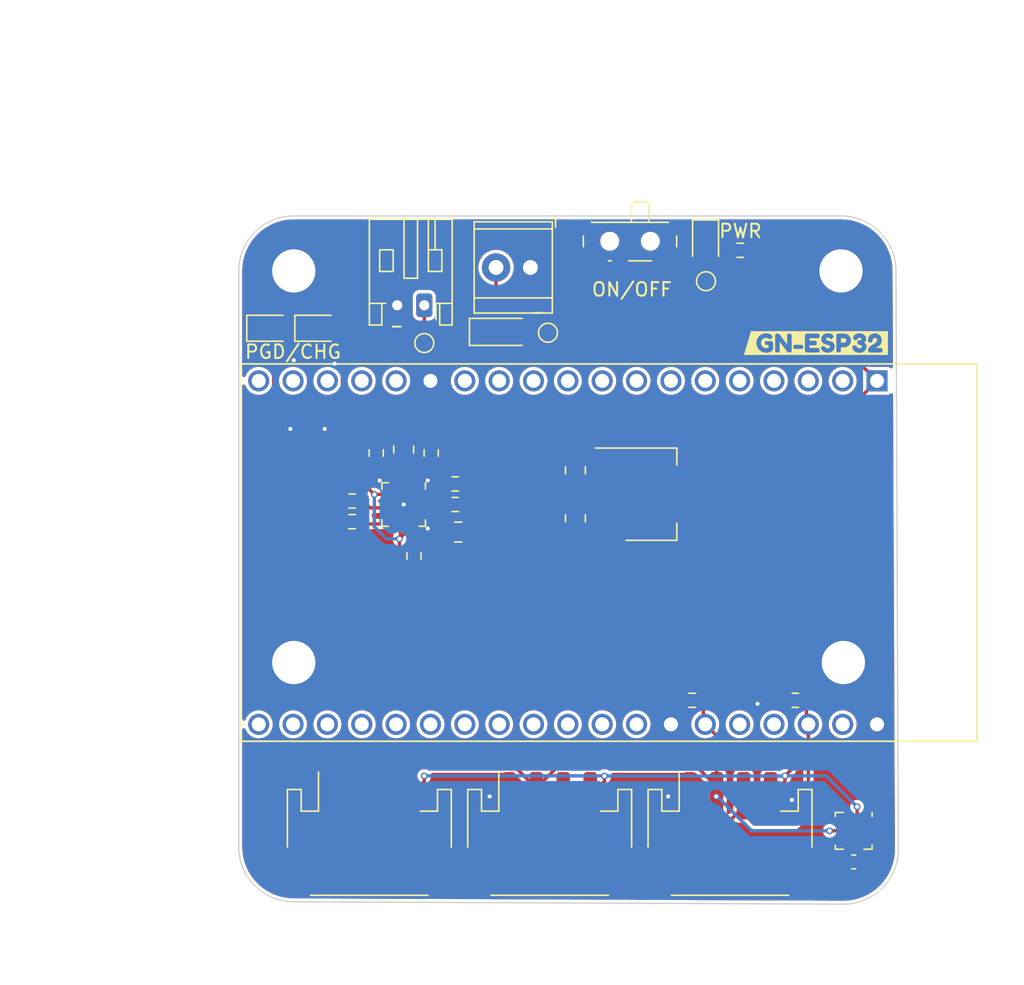
<source format=kicad_pcb>
(kicad_pcb (version 20211014) (generator pcbnew)
  (layers (0 "F.Cu" signal) (31 "B.Cu" signal) (34 "B.Paste" user) (35 "F.Paste" user) (36 "B.SilkS" user "B.Silkscreen") (37 "F.SilkS" user "F.Silkscreen") (38 "B.Mask" user) (39 "F.Mask" user) (44 "Edge.Cuts" user))
  (net 0 "")
  (net 1 "Net-(C1-Pad1)")
  (net 2 "Net-(C3-Pad1)")
  (net 29 "GND")
  (net 30 "SCL")
  (net 31 "SDA")
  (net 32 "+3.3V")
  (net 33 "Net-(D1-Pad2)")
  (net 34 "Net-(R9-Pad1)")
  (net 36 "Net-(R6-Pad1)")
  (net 37 "OUT")
  (net 38 "Net-(R8-Pad2)")
  (net 39 "Net-(R7-Pad2)")
  (net 40 "Net-(R3-Pad1)")
  (net 42 "Net-(R5-Pad1)")
  (net 43 "Net-(R4-Pad1)")
  (net 44 "Net-(D2-Pad1)")
  (net 45 "Net-(D3-Pad1)")
  (net 46 "Net-(C5-Pad1)")
  (net 48 "Net-(D4-Pad1)")
  (footprint "TestPoint:TestPoint_Pad_D1.0mm" (layer "F.Cu") (at 161.036 84.836)
    (fp_text reference "TP1" hide)
    (fp_text value "SOLAR_TP")
    (pad "1" smd circle (at 0 0) (size 1 1) (layers "F.Cu" "F.Mask") (net 33 "Net-(D1-Pad2)"))
  )
  (footprint "Resistor_SMD:R_0603_1608Metric" (layer "F.Cu") (at 146.558 97.282)
    (fp_text reference "R8" hide)
    (fp_text value "10k")
    (pad "1" smd roundrect (at -0.825 0) (size 0.8 0.95) (layers "F.Cu" "F.Paste" "F.Mask") (net 45 "Net-(D3-Pad1)"))
    (pad "2" smd roundrect (at 0.825 0) (size 0.8 0.95) (layers "F.Cu" "F.Paste" "F.Mask") (net 38 "Net-(R8-Pad2)"))
  )
  (footprint "Resistor_SMD:R_0603_1608Metric" (layer "F.Cu") (at 171.704 112.014)
    (fp_text reference "R1" hide)
    (fp_text value "4.7k")
    (pad "1" smd roundrect (at -0.825 0) (size 0.8 0.95) (layers "F.Cu" "F.Paste" "F.Mask") (net 32 "+3.3V"))
    (pad "2" smd roundrect (at 0.825 0) (size 0.8 0.95) (layers "F.Cu" "F.Paste" "F.Mask") (net 31 "SDA"))
  )
  (footprint "Capacitor_SMD:C_0805_2012Metric" (layer "F.Cu") (at 150.368 93.472 90)
    (fp_text reference "C3" hide)
    (fp_text value "4.7uF")
    (pad "1" smd roundrect (at -0.95 0 90) (size 1 1.45) (layers "F.Cu" "F.Paste" "F.Mask") (net 2 "Net-(C3-Pad1)"))
    (pad "2" smd roundrect (at 0.95 0 90) (size 1 1.45) (layers "F.Cu" "F.Paste" "F.Mask") (net 29 "GND"))
  )
  (footprint "ESP32-DEVKIT-V4:MODULE_ESP32-DEVKITC-32D" (layer "F.Cu") (at 165.608 101.092 -90)
    (fp_text reference "U4" hide)
    (fp_text value "ESP32-DEVKITC-32D")
    (pad "1" thru_hole rect locked (at -12.7 -19.76 270) (size 1.56 1.56) (drill 1.04) (layers *.Cu *.Mask) (net 32 "+3.3V"))
    (pad "2" thru_hole circle locked (at -12.7 -17.22 270) (size 1.56 1.56) (drill 1.04) (layers *.Cu *.Mask))
    (pad "3" thru_hole circle locked (at -12.7 -14.68 270) (size 1.56 1.56) (drill 1.04) (layers *.Cu *.Mask))
    (pad "4" thru_hole circle locked (at -12.7 -12.14 270) (size 1.56 1.56) (drill 1.04) (layers *.Cu *.Mask))
    (pad "5" thru_hole circle locked (at -12.7 -9.6 270) (size 1.56 1.56) (drill 1.04) (layers *.Cu *.Mask))
    (pad "6" thru_hole circle locked (at -12.7 -7.06 270) (size 1.56 1.56) (drill 1.04) (layers *.Cu *.Mask))
    (pad "7" thru_hole circle locked (at -12.7 -4.52 270) (size 1.56 1.56) (drill 1.04) (layers *.Cu *.Mask))
    (pad "8" thru_hole circle locked (at -12.7 -1.98 270) (size 1.56 1.56) (drill 1.04) (layers *.Cu *.Mask))
    (pad "9" thru_hole circle locked (at -12.7 0.56 270) (size 1.56 1.56) (drill 1.04) (layers *.Cu *.Mask))
    (pad "10" thru_hole circle locked (at -12.7 3.1 270) (size 1.56 1.56) (drill 1.04) (layers *.Cu *.Mask))
    (pad "11" thru_hole circle locked (at -12.7 5.64 270) (size 1.56 1.56) (drill 1.04) (layers *.Cu *.Mask))
    (pad "12" thru_hole circle locked (at -12.7 8.18 270) (size 1.56 1.56) (drill 1.04) (layers *.Cu *.Mask))
    (pad "13" thru_hole circle locked (at -12.7 10.72 270) (size 1.56 1.56) (drill 1.04) (layers *.Cu *.Mask))
    (pad "14" thru_hole circle locked (at -12.7 13.26 270) (size 1.56 1.56) (drill 1.04) (layers *.Cu *.Mask) (net 29 "GND"))
    (pad "15" thru_hole circle locked (at -12.7 15.8 270) (size 1.56 1.56) (drill 1.04) (layers *.Cu *.Mask))
    (pad "16" thru_hole circle locked (at -12.7 18.34 270) (size 1.56 1.56) (drill 1.04) (layers *.Cu *.Mask))
    (pad "17" thru_hole circle locked (at -12.7 20.88 270) (size 1.56 1.56) (drill 1.04) (layers *.Cu *.Mask))
    (pad "18" thru_hole circle locked (at -12.7 23.42 270) (size 1.56 1.56) (drill 1.04) (layers *.Cu *.Mask))
    (pad "19" thru_hole circle locked (at -12.7 25.96 270) (size 1.56 1.56) (drill 1.04) (layers *.Cu *.Mask))
    (pad "20" thru_hole circle locked (at 12.7 -19.76 270) (size 1.56 1.56) (drill 1.04) (layers *.Cu *.Mask) (net 29 "GND"))
    (pad "21" thru_hole circle locked (at 12.7 -17.22 270) (size 1.56 1.56) (drill 1.04) (layers *.Cu *.Mask))
    (pad "22" thru_hole circle locked (at 12.7 -14.68 270) (size 1.56 1.56) (drill 1.04) (layers *.Cu *.Mask) (net 30 "SCL"))
    (pad "23" thru_hole circle locked (at 12.7 -12.14 270) (size 1.56 1.56) (drill 1.04) (layers *.Cu *.Mask))
    (pad "24" thru_hole circle locked (at 12.7 -9.6 270) (size 1.56 1.56) (drill 1.04) (layers *.Cu *.Mask))
    (pad "25" thru_hole circle locked (at 12.7 -7.06 270) (size 1.56 1.56) (drill 1.04) (layers *.Cu *.Mask) (net 31 "SDA"))
    (pad "26" thru_hole circle locked (at 12.7 -4.52 270) (size 1.56 1.56) (drill 1.04) (layers *.Cu *.Mask) (net 29 "GND"))
    (pad "27" thru_hole circle locked (at 12.7 -1.98 270) (size 1.56 1.56) (drill 1.04) (layers *.Cu *.Mask))
    (pad "28" thru_hole circle locked (at 12.7 0.56 270) (size 1.56 1.56) (drill 1.04) (layers *.Cu *.Mask))
    (pad "29" thru_hole circle locked (at 12.7 3.1 270) (size 1.56 1.56) (drill 1.04) (layers *.Cu *.Mask))
    (pad "30" thru_hole circle locked (at 12.7 5.64 270) (size 1.56 1.56) (drill 1.04) (layers *.Cu *.Mask))
    (pad "31" thru_hole circle locked (at 12.7 8.18 270) (size 1.56 1.56) (drill 1.04) (layers *.Cu *.Mask))
    (pad "32" thru_hole circle locked (at 12.7 10.72 270) (size 1.56 1.56) (drill 1.04) (layers *.Cu *.Mask))
    (pad "33" thru_hole circle locked (at 12.7 13.26 270) (size 1.56 1.56) (drill 1.04) (layers *.Cu *.Mask))
    (pad "34" thru_hole circle locked (at 12.7 15.8 270) (size 1.56 1.56) (drill 1.04) (layers *.Cu *.Mask))
    (pad "35" thru_hole circle locked (at 12.7 18.34 270) (size 1.56 1.56) (drill 1.04) (layers *.Cu *.Mask))
    (pad "36" thru_hole circle locked (at 12.7 20.88 270) (size 1.56 1.56) (drill 1.04) (layers *.Cu *.Mask))
    (pad "37" thru_hole circle locked (at 12.7 23.42 270) (size 1.56 1.56) (drill 1.04) (layers *.Cu *.Mask))
    (pad "38" thru_hole circle locked (at 12.7 25.96 270) (size 1.56 1.56) (drill 1.04) (layers *.Cu *.Mask))
  )
  (footprint "kibuzzard-63D1EA0B" (layer "F.Cu") (at 180.848 85.598)
    (fp_text reference "kibuzzard-63D1EA0B" hide)
    (fp_text value "G***" hide)
  )
  (footprint "TestPoint:TestPoint_Pad_D1.0mm" (layer "F.Cu") (at 151.892 85.598)
    (fp_text reference "TP2" hide)
    (fp_text value "LIPO_TP")
    (pad "1" smd circle (at 0 0) (size 1 1) (layers "F.Cu" "F.Mask") (net 2 "Net-(C3-Pad1)"))
  )
  (footprint "Resistor_SMD:R_0603_1608Metric" (layer "F.Cu") (at 175.26 78.74 180)
    (fp_text reference "R10" hide)
    (fp_text value "10k")
    (pad "1" smd roundrect (at -0.825 0 180) (size 0.8 0.95) (layers "F.Cu" "F.Paste" "F.Mask") (net 29 "GND"))
    (pad "2" smd roundrect (at 0.825 0 180) (size 0.8 0.95) (layers "F.Cu" "F.Paste" "F.Mask") (net 48 "Net-(D4-Pad1)"))
  )
  (footprint "TerminalBlock_TE-Connectivity:TerminalBlock_TE_282834-2_1x02_P2.54mm_Horizontal" (layer "F.Cu") (at 159.737596 80.01 180)
    (fp_text reference "J4" hide)
    (fp_text value "SOLAR")
    (pad "1" thru_hole rect (at 0 0 180) (size 2.1 2.1) (drill 1.1) (layers *.Cu *.Mask) (net 29 "GND"))
    (pad "2" thru_hole circle (at 2.54 0 180) (size 2.1 2.1) (drill 1.1) (layers *.Cu *.Mask) (net 33 "Net-(D1-Pad2)"))
  )
  (footprint "MountingHole:MountingHole_3.2mm_M3_DIN965_Pad_TopBottom" (layer "F.Cu") (at 182.88 109.22)
    (fp_text reference "H2" hide)
    (fp_text value "GND")
    (pad "1" thru_hole circle (at 0 0) (size 3.6 3.6) (drill 3.2) (layers *.Cu *.Mask) (net 29 "GND"))
    (pad "1" connect circle (at 0 0) (size 5.6 5.6) (layers "F.Cu" "F.Mask") (net 29 "GND"))
    (pad "1" connect circle (at 0 0) (size 5.6 5.6) (layers "B.Cu" "B.Mask") (net 29 "GND"))
  )
  (footprint "Resistor_SMD:R_0603_1608Metric" (layer "F.Cu") (at 148.336 93.726 90)
    (fp_text reference "R6" hide)
    (fp_text value "10k")
    (pad "1" smd roundrect (at -0.825 0 90) (size 0.8 0.95) (layers "F.Cu" "F.Paste" "F.Mask") (net 36 "Net-(R6-Pad1)"))
    (pad "2" smd roundrect (at 0.825 0 90) (size 0.8 0.95) (layers "F.Cu" "F.Paste" "F.Mask") (net 29 "GND"))
  )
  (footprint "TestPoint:TestPoint_Pad_D1.0mm" (layer "F.Cu") (at 172.72 81.026)
    (fp_text reference "TP3" hide)
    (fp_text value "3V3_TP")
    (pad "1" smd circle (at 0 0) (size 1 1) (layers "F.Cu" "F.Mask") (net 32 "+3.3V"))
  )
  (footprint "Resistor_SMD:R_0603_1608Metric" (layer "F.Cu") (at 154.178 97.536)
    (fp_text reference "R5" hide)
    (fp_text value "1k")
    (pad "1" smd roundrect (at -0.825 0) (size 0.8 0.95) (layers "F.Cu" "F.Paste" "F.Mask") (net 42 "Net-(R5-Pad1)"))
    (pad "2" smd roundrect (at 0.825 0) (size 0.8 0.95) (layers "F.Cu" "F.Paste" "F.Mask") (net 29 "GND"))
  )
  (footprint "Diode_SMD:D_0805_2012Metric" (layer "F.Cu") (at 144.004554 84.503666)
    (fp_text reference "D3" hide)
    (fp_text value "CHG")
    (pad "1" smd roundrect (at -0.9375 0) (size 0.975 1.4) (layers "F.Cu" "F.Paste" "F.Mask") (net 45 "Net-(D3-Pad1)"))
    (pad "2" smd roundrect (at 0.9375 0) (size 0.975 1.4) (layers "F.Cu" "F.Paste" "F.Mask") (net 37 "OUT"))
  )
  (footprint "Package_TO_SOT_SMD:SOT-223-3_TabPin2" (layer "F.Cu") (at 168.656 96.774)
    (fp_text reference "U3" hide)
    (fp_text value "AZ1117-3.3")
    (pad "1" smd rect (at -3.15 -2.3) (size 2 1.5) (layers "F.Cu" "F.Paste" "F.Mask") (net 29 "GND"))
    (pad "2" smd rect (at -3.15 0) (size 2 1.5) (layers "F.Cu" "F.Paste" "F.Mask") (net 46 "Net-(C5-Pad1)"))
    (pad "2" smd rect (at 3.15 0) (size 2 3.8) (layers "F.Cu" "F.Paste" "F.Mask") (net 46 "Net-(C5-Pad1)"))
    (pad "3" smd rect (at -3.15 2.3) (size 2 1.5) (layers "F.Cu" "F.Paste" "F.Mask") (net 37 "OUT"))
  )
  (footprint "Capacitor_SMD:C_0805_2012Metric" (layer "F.Cu") (at 154.398336 99.57382)
    (fp_text reference "C1" hide)
    (fp_text value "1uF")
    (pad "1" smd roundrect (at -0.95 0) (size 1 1.45) (layers "F.Cu" "F.Paste" "F.Mask") (net 1 "Net-(C1-Pad1)"))
    (pad "2" smd roundrect (at 0.95 0) (size 1 1.45) (layers "F.Cu" "F.Paste" "F.Mask") (net 29 "GND"))
  )
  (footprint "Resistor_SMD:R_0603_1608Metric" (layer "F.Cu") (at 146.558 98.806)
    (fp_text reference "R7" hide)
    (fp_text value "10k")
    (pad "1" smd roundrect (at -0.825 0) (size 0.8 0.95) (layers "F.Cu" "F.Paste" "F.Mask") (net 44 "Net-(D2-Pad1)"))
    (pad "2" smd roundrect (at 0.825 0) (size 0.8 0.95) (layers "F.Cu" "F.Paste" "F.Mask") (net 39 "Net-(R7-Pad2)"))
  )
  (footprint "Diode_SMD:D_SOD-123" (layer "F.Cu") (at 157.48 84.774016)
    (fp_text reference "D1" hide)
    (fp_text value "D")
    (pad "1" smd rect (at -1.65 0) (size 0.9 1.2) (layers "F.Cu" "F.Paste" "F.Mask") (net 1 "Net-(C1-Pad1)"))
    (pad "2" smd rect (at 1.65 0) (size 0.9 1.2) (layers "F.Cu" "F.Paste" "F.Mask") (net 33 "Net-(D1-Pad2)"))
  )
  (footprint "Resistor_SMD:R_0603_1608Metric" (layer "F.Cu") (at 152.4 93.726 90)
    (fp_text reference "R9" hide)
    (fp_text value "10k")
    (pad "1" smd roundrect (at -0.825 0 90) (size 0.8 0.95) (layers "F.Cu" "F.Paste" "F.Mask") (net 34 "Net-(R9-Pad1)"))
    (pad "2" smd roundrect (at 0.825 0 90) (size 0.8 0.95) (layers "F.Cu" "F.Paste" "F.Mask") (net 29 "GND"))
  )
  (footprint "MountingHole:MountingHole_3.2mm_M3_DIN965_Pad_TopBottom" (layer "F.Cu") (at 182.705682 80.264)
    (fp_text reference "H1" hide)
    (fp_text value "GND")
    (pad "1" connect circle (at 0 0) (size 5.6 5.6) (layers "F.Cu" "F.Mask") (net 29 "GND"))
    (pad "1" connect circle (at 0 0) (size 5.6 5.6) (layers "B.Cu" "B.Mask") (net 29 "GND"))
    (pad "1" thru_hole circle (at 0 0) (size 3.6 3.6) (drill 3.2) (layers *.Cu *.Mask) (net 29 "GND"))
  )
  (footprint "Resistor_SMD:R_0603_1608Metric" (layer "F.Cu") (at 179.324 112.014)
    (fp_text reference "R2" hide)
    (fp_text value "4.7k")
    (pad "1" smd roundrect (at -0.825 0) (size 0.8 0.95) (layers "F.Cu" "F.Paste" "F.Mask") (net 32 "+3.3V"))
    (pad "2" smd roundrect (at 0.825 0) (size 0.8 0.95) (layers "F.Cu" "F.Paste" "F.Mask") (net 30 "SCL"))
  )
  (footprint "Capacitor_SMD:C_0805_2012Metric" (layer "F.Cu") (at 163.068 94.996 90)
    (fp_text reference "C5" hide)
    (fp_text value "22uF")
    (pad "1" smd roundrect (at -0.95 0 90) (size 1 1.45) (layers "F.Cu" "F.Paste" "F.Mask") (net 46 "Net-(C5-Pad1)"))
    (pad "2" smd roundrect (at 0.95 0 90) (size 1 1.45) (layers "F.Cu" "F.Paste" "F.Mask") (net 29 "GND"))
  )
  (footprint "Connector_JST:JST_PH_S4B-PH-SM4-TB_1x04-1MP_P2.00mm_Horizontal" (layer "F.Cu") (at 161.163 121.92)
    (fp_text reference "J2" hide)
    (fp_text value "I2C")
    (pad "1" smd roundrect (at -3 -2.85) (size 1 3.5) (layers "F.Cu" "F.Paste" "F.Mask") (net 29 "GND"))
    (pad "2" smd roundrect (at -1 -2.85) (size 1 3.5) (layers "F.Cu" "F.Paste" "F.Mask") (net 31 "SDA"))
    (pad "3" smd roundrect (at 1 -2.85) (size 1 3.5) (layers "F.Cu" "F.Paste" "F.Mask") (net 30 "SCL"))
    (pad "4" smd roundrect (at 3 -2.85) (size 1 3.5) (layers "F.Cu" "F.Paste" "F.Mask") (net 32 "+3.3V"))
    (pad "MP" smd roundrect (at -5.35 2.9) (size 1.5 3.4) (layers "F.Cu" "F.Paste" "F.Mask") (roundrect_rratio 0.1666673333))
    (pad "MP" smd roundrect (at 5.35 2.9) (size 1.5 3.4) (layers "F.Cu" "F.Paste" "F.Mask") (roundrect_rratio 0.1666673333))
  )
  (footprint "Button_Switch_SMD:SW_SPDT_PCM12" (layer "F.Cu") (at 167.103596 78.400024 180)
    (fp_text reference "SW1" hide)
    (fp_text value "SW_SPDT")
    (pad "" smd rect (at 3.65 -0.78 180) (size 1 0.8) (layers "F.Cu" "F.Paste" "F.Mask"))
    (pad "" smd rect (at -3.65 -0.78 180) (size 1 0.8) (layers "F.Cu" "F.Paste" "F.Mask"))
    (pad "" smd rect (at 3.65 1.43 180) (size 1 0.8) (layers "F.Cu" "F.Paste" "F.Mask"))
    (pad "" np_thru_hole circle (at 1.5 0.33 180) (size 0.9 0.9) (drill 0.9) (layers *.Cu *.Mask))
    (pad "" np_thru_hole circle (at -1.5 0.33 180) (size 0.9 0.9) (drill 0.9) (layers *.Cu *.Mask))
    (pad "" smd rect (at -3.65 1.43 180) (size 1 0.8) (layers "F.Cu" "F.Paste" "F.Mask"))
    (pad "1" smd rect (at -2.25 -1.43 180) (size 0.7 1.5) (layers "F.Cu" "F.Paste" "F.Mask") (net 32 "+3.3V"))
    (pad "2" smd rect (at 0.75 -1.43 180) (size 0.7 1.5) (layers "F.Cu" "F.Paste" "F.Mask") (net 46 "Net-(C5-Pad1)"))
    (pad "3" smd rect (at 2.25 -1.43 180) (size 0.7 1.5) (layers "F.Cu" "F.Paste" "F.Mask"))
  )
  (footprint "MountingHole:MountingHole_3.2mm_M3_DIN965_Pad_TopBottom" (layer "F.Cu") (at 142.24 109.22)
    (fp_text reference "H3" hide)
    (fp_text value "GND")
    (pad "1" connect circle (at 0 0) (size 5.6 5.6) (layers "B.Cu" "B.Mask") (net 29 "GND"))
    (pad "1" connect circle (at 0 0) (size 5.6 5.6) (layers "F.Cu" "F.Mask") (net 29 "GND"))
    (pad "1" thru_hole circle (at 0 0) (size 3.6 3.6) (drill 3.2) (layers *.Cu *.Mask) (net 29 "GND"))
  )
  (footprint "Connector_JST:JST_PH_S4B-PH-SM4-TB_1x04-1MP_P2.00mm_Horizontal" (layer "F.Cu") (at 174.498 121.92)
    (fp_text reference "J1" hide)
    (fp_text value "I2C")
    (pad "1" smd roundrect (at -3 -2.85) (size 1 3.5) (layers "F.Cu" "F.Paste" "F.Mask") (net 29 "GND"))
    (pad "2" smd roundrect (at -1 -2.85) (size 1 3.5) (layers "F.Cu" "F.Paste" "F.Mask") (net 31 "SDA"))
    (pad "3" smd roundrect (at 1 -2.85) (size 1 3.5) (layers "F.Cu" "F.Paste" "F.Mask") (net 30 "SCL"))
    (pad "4" smd roundrect (at 3 -2.85) (size 1 3.5) (layers "F.Cu" "F.Paste" "F.Mask") (net 32 "+3.3V"))
    (pad "MP" smd roundrect (at 5.35 2.9) (size 1.5 3.4) (layers "F.Cu" "F.Paste" "F.Mask") (roundrect_rratio 0.1666673333))
    (pad "MP" smd roundrect (at -5.35 2.9) (size 1.5 3.4) (layers "F.Cu" "F.Paste" "F.Mask") (roundrect_rratio 0.1666673333))
  )
  (footprint "Resistor_SMD:R_0603_1608Metric" (layer "F.Cu") (at 151.13 101.346 -90)
    (fp_text reference "R3" hide)
    (fp_text value "1k")
    (pad "1" smd roundrect (at -0.825 0 270) (size 0.8 0.95) (layers "F.Cu" "F.Paste" "F.Mask") (net 40 "Net-(R3-Pad1)"))
    (pad "2" smd roundrect (at 0.825 0 270) (size 0.8 0.95) (layers "F.Cu" "F.Paste" "F.Mask") (net 29 "GND"))
  )
  (footprint "Capacitor_SMD:C_0603_1608Metric" (layer "F.Cu") (at 183.642898 123.965712)
    (fp_text reference "C6" hide)
    (fp_text value "0.1uF")
    (pad "1" smd roundrect (at -0.775 0) (size 0.9 0.95) (layers "F.Cu" "F.Paste" "F.Mask") (net 32 "+3.3V"))
    (pad "2" smd roundrect (at 0.775 0) (size 0.9 0.95) (layers "F.Cu" "F.Paste" "F.Mask") (net 29 "GND"))
  )
  (footprint "Package_DFN_QFN:VQFN-16-1EP_3x3mm_P0.5mm_EP1.6x1.6mm" (layer "F.Cu") (at 150.368 97.536 -90)
    (fp_text reference "U2" hide)
    (fp_text value "BQ24074RGT")
    (pad "1" smd roundrect (at -1.4375 -0.75 270) (size 0.875 0.25) (layers "F.Cu" "F.Paste" "F.Mask") (net 34 "Net-(R9-Pad1)"))
    (pad "2" smd roundrect (at -1.4375 -0.25 270) (size 0.875 0.25) (layers "F.Cu" "F.Paste" "F.Mask") (net 2 "Net-(C3-Pad1)"))
    (pad "3" smd roundrect (at -1.4375 0.25 270) (size 0.875 0.25) (layers "F.Cu" "F.Paste" "F.Mask") (net 2 "Net-(C3-Pad1)"))
    (pad "4" smd roundrect (at -1.4375 0.75 270) (size 0.875 0.25) (layers "F.Cu" "F.Paste" "F.Mask") (net 36 "Net-(R6-Pad1)"))
    (pad "5" smd roundrect (at -0.75 1.4375 270) (size 0.25 0.875) (layers "F.Cu" "F.Paste" "F.Mask") (net 37 "OUT"))
    (pad "6" smd roundrect (at -0.25 1.4375 270) (size 0.25 0.875) (layers "F.Cu" "F.Paste" "F.Mask") (net 29 "GND"))
    (pad "7" smd roundrect (at 0.25 1.4375 270) (size 0.25 0.875) (layers "F.Cu" "F.Paste" "F.Mask") (net 38 "Net-(R8-Pad2)"))
    (pad "8" smd roundrect (at 0.75 1.4375 270) (size 0.25 0.875) (layers "F.Cu" "F.Paste" "F.Mask") (net 29 "GND"))
    (pad "9" smd roundrect (at 1.4375 0.75 270) (size 0.875 0.25) (layers "F.Cu" "F.Paste" "F.Mask") (net 39 "Net-(R7-Pad2)"))
    (pad "10" smd roundrect (at 1.4375 0.25 270) (size 0.875 0.25) (layers "F.Cu" "F.Paste" "F.Mask") (net 37 "OUT"))
    (pad "11" smd roundrect (at 1.4375 -0.25 270) (size 0.875 0.25) (layers "F.Cu" "F.Paste" "F.Mask") (net 37 "OUT"))
    (pad "12" smd roundrect (at 1.4375 -0.75 270) (size 0.875 0.25) (layers "F.Cu" "F.Paste" "F.Mask") (net 40 "Net-(R3-Pad1)"))
    (pad "13" smd roundrect (at 0.75 -1.4375 270) (size 0.25 0.875) (layers "F.Cu" "F.Paste" "F.Mask") (net 1 "Net-(C1-Pad1)"))
    (pad "14" smd roundrect (at 0.25 -1.4375 270) (size 0.25 0.875) (layers "F.Cu" "F.Paste" "F.Mask") (net 29 "GND"))
    (pad "15" smd roundrect (at -0.25 -1.4375 270) (size 0.25 0.875) (layers "F.Cu" "F.Paste" "F.Mask") (net 42 "Net-(R5-Pad1)"))
    (pad "16" smd roundrect (at -0.75 -1.4375 270) (size 0.25 0.875) (layers "F.Cu" "F.Paste" "F.Mask") (net 43 "Net-(R4-Pad1)"))
    (pad "17" smd rect (at 0 0 270) (size 1.6 1.6) (layers "F.Cu" "F.Mask") (net 29 "GND"))
  )
  (footprint "Connector_JST:JST_PH_S2B-PH-K_1x02_P2.00mm_Horizontal" (layer "F.Cu") (at 151.892 82.804 180)
    (fp_text reference "J5" hide)
    (fp_text value "BATT")
    (pad "1" thru_hole roundrect (at 0 0 180) (size 1.2 1.75) (drill 0.75) (layers *.Cu *.Mask) (roundrect_rratio 0.2083333333) (net 2 "Net-(C3-Pad1)"))
    (pad "2" thru_hole oval (at 2 0 180) (size 1.2 1.75) (drill 0.75) (layers *.Cu *.Mask) (net 29 "GND"))
  )
  (footprint "Diode_SMD:D_0805_2012Metric" (layer "F.Cu") (at 172.691596 78.179024 -90)
    (fp_text reference "D4" hide)
    (fp_text value "PWR")
    (pad "1" smd roundrect (at -0.9375 0 270) (size 0.975 1.4) (layers "F.Cu" "F.Paste" "F.Mask") (net 48 "Net-(D4-Pad1)"))
    (pad "2" smd roundrect (at 0.9375 0 270) (size 0.975 1.4) (layers "F.Cu" "F.Paste" "F.Mask") (net 32 "+3.3V"))
  )
  (footprint "Diode_SMD:D_0805_2012Metric" (layer "F.Cu") (at 140.448554 84.503666)
    (fp_text reference "D2" hide)
    (fp_text value "PG")
    (pad "1" smd roundrect (at -0.9375 0) (size 0.975 1.4) (layers "F.Cu" "F.Paste" "F.Mask") (net 44 "Net-(D2-Pad1)"))
    (pad "2" smd roundrect (at 0.9375 0) (size 0.975 1.4) (layers "F.Cu" "F.Paste" "F.Mask") (net 37 "OUT"))
  )
  (footprint "Connector_JST:JST_PH_S4B-PH-SM4-TB_1x04-1MP_P2.00mm_Horizontal" (layer "F.Cu") (at 147.828 121.92)
    (fp_text reference "J3" hide)
    (fp_text value "I2C")
    (pad "1" smd roundrect (at -3 -2.85) (size 1 3.5) (layers "F.Cu" "F.Paste" "F.Mask") (net 29 "GND"))
    (pad "2" smd roundrect (at -1 -2.85) (size 1 3.5) (layers "F.Cu" "F.Paste" "F.Mask") (net 31 "SDA"))
    (pad "3" smd roundrect (at 1 -2.85) (size 1 3.5) (layers "F.Cu" "F.Paste" "F.Mask") (net 30 "SCL"))
    (pad "4" smd roundrect (at 3 -2.85) (size 1 3.5) (layers "F.Cu" "F.Paste" "F.Mask") (net 32 "+3.3V"))
    (pad "MP" smd roundrect (at 5.35 2.9) (size 1.5 3.4) (layers "F.Cu" "F.Paste" "F.Mask") (roundrect_rratio 0.1666673333))
    (pad "MP" smd roundrect (at -5.35 2.9) (size 1.5 3.4) (layers "F.Cu" "F.Paste" "F.Mask") (roundrect_rratio 0.1666673333))
  )
  (footprint "Capacitor_SMD:C_0805_2012Metric" (layer "F.Cu") (at 163.068 98.552 90)
    (fp_text reference "C4" hide)
    (fp_text value "10uF")
    (pad "1" smd roundrect (at -0.95 0 90) (size 1 1.45) (layers "F.Cu" "F.Paste" "F.Mask") (net 37 "OUT"))
    (pad "2" smd roundrect (at 0.95 0 90) (size 1 1.45) (layers "F.Cu" "F.Paste" "F.Mask") (net 29 "GND"))
  )
  (footprint "Package_LGA:ST_HLGA-10_2.5x2.5mm_P0.6mm_LayoutBorder3x2y" (layer "F.Cu") (at 183.642 121.666 -90)
    (fp_text reference "U1" hide)
    (fp_text value "LPS25HB")
    (pad "1" smd roundrect (at -0.925 -0.3 270) (size 0.55 0.4) (layers "F.Cu" "F.Paste" "F.Mask") (net 32 "+3.3V"))
    (pad "2" smd roundrect (at -0.925 0.3 270) (size 0.55 0.4) (layers "F.Cu" "F.Paste" "F.Mask") (net 30 "SCL"))
    (pad "3" smd roundrect (at -0.6 0.925 270) (size 0.4 0.55) (layers "F.Cu" "F.Paste" "F.Mask") (net 29 "GND"))
    (pad "4" smd roundrect (at 0 0.925 270) (size 0.4 0.55) (layers "F.Cu" "F.Paste" "F.Mask") (net 31 "SDA"))
    (pad "5" smd roundrect (at 0.6 0.925 270) (size 0.4 0.55) (layers "F.Cu" "F.Paste" "F.Mask") (net 29 "GND"))
    (pad "6" smd roundrect (at 0.925 0.3 270) (size 0.55 0.4) (layers "F.Cu" "F.Paste" "F.Mask") (net 32 "+3.3V"))
    (pad "7" smd roundrect (at 0.925 -0.3 270) (size 0.55 0.4) (layers "F.Cu" "F.Paste" "F.Mask"))
    (pad "8" smd roundrect (at 0.6 -0.925 270) (size 0.4 0.55) (layers "F.Cu" "F.Paste" "F.Mask") (net 29 "GND"))
    (pad "9" smd roundrect (at 0 -0.925 270) (size 0.4 0.55) (layers "F.Cu" "F.Paste" "F.Mask") (net 29 "GND"))
    (pad "10" smd roundrect (at -0.6 -0.925 270) (size 0.4 0.55) (layers "F.Cu" "F.Paste" "F.Mask") (net 32 "+3.3V"))
  )
  (footprint "Resistor_SMD:R_0603_1608Metric" (layer "F.Cu") (at 154.178 96.012)
    (fp_text reference "R4" hide)
    (fp_text value "1k")
    (pad "1" smd roundrect (at -0.825 0) (size 0.8 0.95) (layers "F.Cu" "F.Paste" "F.Mask") (net 43 "Net-(R4-Pad1)"))
    (pad "2" smd roundrect (at 0.825 0) (size 0.8 0.95) (layers "F.Cu" "F.Paste" "F.Mask") (net 29 "GND"))
  )
  (footprint "MountingHole:MountingHole_3.2mm_M3_DIN965_Pad_TopBottom" (layer "F.Cu") (at 142.24 80.264)
    (fp_text reference "H4" hide)
    (fp_text value "GND")
    (pad "1" connect circle (at 0 0) (size 5.6 5.6) (layers "F.Cu" "F.Mask") (net 29 "GND"))
    (pad "1" connect circle (at 0 0) (size 5.6 5.6) (layers "B.Cu" "B.Mask") (net 29 "GND"))
    (pad "1" thru_hole circle (at 0 0) (size 3.6 3.6) (drill 3.2) (layers *.Cu *.Mask) (net 29 "GND"))
  )
  (gr_arc (start 142.24 126.912841) (mid 139.366318 125.722523) (end 138.176 122.848841) (layer "Edge.Cuts") (width 0.1))
  (gr_arc (start 186.944 123.023159) (mid 185.753682 125.896841) (end 182.88 127.087159) (layer "Edge.Cuts") (width 0.1))
  (gr_arc (start 182.705682 76.2) (mid 185.579364 77.390318) (end 186.769682 80.264) (layer "Edge.Cuts") (width 0.1))
  (gr_line (start 186.769682 80.264) (end 186.944 123.023159) (layer "Edge.Cuts") (width 0.1))
  (gr_arc (start 138.176 80.264) (mid 139.366318 77.390318) (end 142.24 76.2) (layer "Edge.Cuts") (width 0.1))
  (gr_line (start 138.176 122.848841) (end 138.176 80.264) (layer "Edge.Cuts") (width 0.1))
  (gr_line (start 142.24 126.912841) (end 182.88 127.087159) (layer "Edge.Cuts") (width 0.1))
  (gr_line (start 142.24 76.2) (end 182.705682 76.2) (layer "Edge.Cuts") (width 0.1))
  (gr_text "-" (at 160.274 83.312) (layer "F.SilkS") (effects (font (size 0.75 0.75))))
  (gr_text "-" (at 149.86 84.328) (layer "F.SilkS") (effects (font (size 0.75 0.75))))
  (gr_text "PWR\n" (at 175.268888 77.316638) (layer "F.SilkS") (effects (font (size 1 1))))
  (gr_text "PGD/CHG" (at 142.187044 86.246964) (layer "F.SilkS") (effects (font (size 1 1))))
  (gr_text "ON/OFF" (at 167.241734 81.637333) (layer "F.SilkS") (effects (font (size 1 1))))
  (segment (start 156.21 85.154016) (end 155.83 84.774016) (width 0.25) (layer "F.Cu") (net 1))
  (segment (start 153.448336 99.027664) (end 154.049476 98.426524) (width 0.25) (layer "F.Cu") (net 1))
  (segment (start 151.8055 98.286) (end 152.642 98.286) (width 0.25) (layer "F.Cu") (net 1))
  (segment (start 155.573476 98.426524) (end 156.21 97.79) (width 0.25) (layer "F.Cu") (net 1))
  (segment (start 154.049476 98.426524) (end 155.573476 98.426524) (width 0.25) (layer "F.Cu") (net 1))
  (segment (start 153.448336 99.57382) (end 153.448336 99.027664) (width 0.25) (layer "F.Cu") (net 1))
  (segment (start 153.448336 99.092336) (end 153.448336 99.57382) (width 0.25) (layer "F.Cu") (net 1))
  (segment (start 156.21 97.79) (end 156.21 85.154016) (width 0.25) (layer "F.Cu") (net 1))
  (segment (start 152.642 98.286) (end 153.448336 99.092336) (width 0.25) (layer "F.Cu") (net 1))
  (segment (start 150.118 94.672) (end 150.368 94.422) (width 0.25) (layer "F.Cu") (net 2))
  (segment (start 150.618 94.672) (end 150.368 94.422) (width 0.25) (layer "F.Cu") (net 2))
  (segment (start 151.13 87.63) (end 151.13 91.745827) (width 0.25) (layer "F.Cu") (net 2))
  (segment (start 151.892 86.868) (end 151.13 87.63) (width 0.25) (layer "F.Cu") (net 2))
  (segment (start 151.418 92.033827) (end 151.418 93.372) (width 0.25) (layer "F.Cu") (net 2))
  (segment (start 150.118 96.0985) (end 150.118 94.672) (width 0.25) (layer "F.Cu") (net 2))
  (segment (start 151.418 93.372) (end 150.368 94.422) (width 0.25) (layer "F.Cu") (net 2))
  (segment (start 151.892 86.868) (end 151.892 85.598) (width 0.25) (layer "F.Cu") (net 2))
  (segment (start 150.618 96.0985) (end 150.618 94.672) (width 0.25) (layer "F.Cu") (net 2))
  (segment (start 151.892 82.804) (end 151.892 85.598) (width 0.25) (layer "F.Cu") (net 2))
  (segment (start 151.13 91.745827) (end 151.418 92.033827) (width 0.25) (layer "F.Cu") (net 2))
  (segment (start 151.8055 97.786) (end 150.618 97.786) (width 0.25) (layer "F.Cu") (net 29))
  (segment (start 148.9305 97.286) (end 150.118 97.286) (width 0.25) (layer "F.Cu") (net 29))
  (segment (start 150.118 97.286) (end 150.368 97.536) (width 0.25) (layer "F.Cu") (net 29))
  (segment (start 149.668 98.236) (end 150.368 97.536) (width 0.2) (layer "F.Cu") (net 29))
  (segment (start 149.319992 98.286) (end 149.369992 98.236) (width 0.2) (layer "F.Cu") (net 29))
  (segment (start 149.369992 98.236) (end 149.668 98.236) (width 0.2) (layer "F.Cu") (net 29))
  (segment (start 148.9305 98.286) (end 149.319992 98.286) (width 0.2) (layer "F.Cu") (net 29))
  (segment (start 150.618 97.786) (end 150.368 97.536) (width 0.25) (layer "F.Cu") (net 29))
  (via (at 169.926 119.126) (size 0.5) (drill 0.3) (layers "F.Cu" "B.Cu") (net 29))
  (via (at 144.526 91.948) (size 0.5) (drill 0.3) (layers "F.Cu" "B.Cu") (net 29))
  (via (at 152.146 95.758) (size 0.5) (drill 0.3) (layers "F.Cu" "B.Cu") (net 29))
  (via (at 150.368 97.536) (size 0.5) (drill 0.3) (layers "F.Cu" "B.Cu") (net 29))
  (via (at 148.59 95.758) (size 0.5) (drill 0.3) (layers "F.Cu" "B.Cu") (net 29))
  (via (at 152.146 99.314) (size 0.5) (drill 0.3) (layers "F.Cu" "B.Cu") (net 29))
  (via (at 142.24 86.868) (size 0.5) (drill 0.3) (layers "F.Cu" "B.Cu") (net 29))
  (via (at 145.2585 87.122) (size 0.5) (drill 0.3) (layers "F.Cu" "B.Cu") (net 29))
  (via (at 141.986 91.948) (size 0.5) (drill 0.3) (layers "F.Cu" "B.Cu") (net 29))
  (via (at 156.718 119.126) (size 0.5) (drill 0.3) (layers "F.Cu" "B.Cu") (net 29))
  (via (at 179.07 119.38) (size 0.5) (drill 0.3) (layers "F.Cu" "B.Cu") (net 29))
  (via (at 176.53 112.268) (size 0.5) (drill 0.3) (layers "F.Cu" "B.Cu") (net 29))
  (segment (start 183.342 120.604) (end 182.932 120.194) (width 0.25) (layer "F.Cu") (net 30))
  (segment (start 175.498 119.07) (end 175.514 119.086) (width 0.25) (layer "F.Cu") (net 30))
  (segment (start 162.163 119.633173) (end 162.163 119.07) (width 0.25) (layer "F.Cu") (net 30))
  (segment (start 148.828 119.07) (end 148.828 119.633173) (width 0.25) (layer "F.Cu") (net 30))
  (segment (start 175.498 119.904) (end 175.498 119.07) (width 0.25) (layer "F.Cu") (net 30))
  (segment (start 180.288 120.194) (end 180.288 113.792) (width 0.25) (layer "F.Cu") (net 30))
  (segment (start 163.674827 121.145) (end 174.257 121.145) (width 0.25) (layer "F.Cu") (net 30))
  (segment (start 176.276 121.158) (end 179.324 121.158) (width 0.25) (layer "F.Cu") (net 30))
  (segment (start 175.514 119.086) (end 175.514 120.396) (width 0.25) (layer "F.Cu") (net 30))
  (segment (start 162.163 119.633173) (end 163.674827 121.145) (width 0.25) (layer "F.Cu") (net 30))
  (segment (start 175.514 120.396) (end 176.276 121.158) (width 0.25) (layer "F.Cu") (net 30))
  (segment (start 180.149 112.014) (end 180.149 113.653) (width 0.25) (layer "F.Cu") (net 30))
  (segment (start 180.149 113.653) (end 180.288 113.792) (width 0.25) (layer "F.Cu") (net 30))
  (segment (start 179.324 121.158) (end 180.288 120.194) (width 0.25) (layer "F.Cu") (net 30))
  (segment (start 150.339827 121.145) (end 160.651173 121.145) (width 0.25) (layer "F.Cu") (net 30))
  (segment (start 183.342 120.741) (end 183.342 120.604) (width 0.25) (layer "F.Cu") (net 30))
  (segment (start 148.828 119.633173) (end 150.339827 121.145) (width 0.25) (layer "F.Cu") (net 30))
  (segment (start 160.651173 121.145) (end 162.163 119.633173) (width 0.25) (layer "F.Cu") (net 30))
  (segment (start 182.932 120.194) (end 180.288 120.194) (width 0.25) (layer "F.Cu") (net 30))
  (segment (start 174.257 121.145) (end 175.498 119.904) (width 0.25) (layer "F.Cu") (net 30))
  (segment (start 146.828 118.506827) (end 146.828 119.07) (width 0.25) (layer "F.Cu") (net 31))
  (segment (start 172.668 113.792) (end 173.498 114.622) (width 0.25) (layer "F.Cu") (net 31))
  (segment (start 172.529 113.653) (end 172.668 113.792) (width 0.25) (layer "F.Cu") (net 31))
  (segment (start 173.498 118.38) (end 173.498 119.07) (width 0.25) (layer "F.Cu") (net 31))
  (segment (start 173.498 114.622) (end 173.498 119.07) (width 0.25) (layer "F.Cu") (net 31))
  (segment (start 160.163 119.07) (end 160.163 118.506827) (width 0.25) (layer "F.Cu") (net 31))
  (segment (start 148.339827 116.995) (end 146.828 118.506827) (width 0.25) (layer "F.Cu") (net 31))
  (segment (start 172.113 116.995) (end 173.498 118.38) (width 0.25) (layer "F.Cu") (net 31))
  (segment (start 182.717 121.666) (end 181.864 121.666) (width 0.25) (layer "F.Cu") (net 31))
  (segment (start 160.163 118.506827) (end 161.674827 116.995) (width 0.25) (layer "F.Cu") (net 31))
  (segment (start 158.651173 116.995) (end 148.339827 116.995) (width 0.25) (layer "F.Cu") (net 31))
  (segment (start 172.529 112.014) (end 172.529 113.653) (width 0.25) (layer "F.Cu") (net 31))
  (segment (start 160.163 118.506827) (end 158.651173 116.995) (width 0.25) (layer "F.Cu") (net 31))
  (segment (start 161.674827 116.995) (end 172.113 116.995) (width 0.25) (layer "F.Cu") (net 31))
  (via (at 173.482 119.126) (size 0.5) (drill 0.3) (layers "F.Cu" "B.Cu") (net 31))
  (via (at 181.864 121.666) (size 0.5) (drill 0.3) (layers "F.Cu" "B.Cu") (net 31))
  (segment (start 176.094 121.666) (end 173.498 119.07) (width 0.25) (layer "B.Cu") (net 31))
  (segment (start 181.864 121.666) (end 176.094 121.666) (width 0.25) (layer "B.Cu") (net 31))
  (segment (start 182.867898 123.965712) (end 182.867898 123.065102) (width 0.25) (layer "F.Cu") (net 32))
  (segment (start 165.213352 118.019648) (end 164.163 119.07) (width 0.25) (layer "F.Cu") (net 32))
  (segment (start 151.892 117.602) (end 151.892 118.006) (width 0.25) (layer "F.Cu") (net 32))
  (segment (start 178.562 117.602) (end 178.562 118.006) (width 0.25) (layer "F.Cu") (net 32))
  (segment (start 183.942 121.366) (end 183.942 120.741) (width 0.25) (layer "F.Cu") (net 32))
  (segment (start 165.213352 117.613979) (end 165.213352 118.019648) (width 0.25) (layer "F.Cu") (net 32))
  (segment (start 151.892 118.006) (end 150.828 119.07) (width 0.25) (layer "F.Cu") (net 32))
  (segment (start 169.353596 79.830024) (end 169.353596 80.707596) (width 0.25) (layer "F.Cu") (net 32))
  (segment (start 177.699 111.214) (end 178.499 112.014) (width 0.25) (layer "F.Cu") (net 32))
  (segment (start 179.026285 117.137715) (end 178.562 117.602) (width 0.25) (layer "F.Cu") (net 32))
  (segment (start 185.368 88.392) (end 178.499 95.261) (width 0.25) (layer "F.Cu") (net 32))
  (segment (start 183.342 121.966) (end 183.942 121.366) (width 0.25) (layer "F.Cu") (net 32))
  (segment (start 178.499 112.014) (end 179.026285 112.541285) (width 0.25) (layer "F.Cu") (net 32))
  (segment (start 178.002 81.026) (end 185.368 88.392) (width 0.25) (layer "F.Cu") (net 32))
  (segment (start 169.672 81.026) (end 172.72 81.026) (width 0.25) (layer "F.Cu") (net 32))
  (segment (start 183.896 119.888) (end 183.896 120.396) (width 0.25) (layer "F.Cu") (net 32))
  (segment (start 169.353596 80.707596) (end 169.672 81.026) (width 0.25) (layer "F.Cu") (net 32))
  (segment (start 172.72 81.026) (end 178.002 81.026) (width 0.25) (layer "F.Cu") (net 32))
  (segment (start 179.026285 112.541285) (end 179.026285 117.137715) (width 0.25) (layer "F.Cu") (net 32))
  (segment (start 171.679 111.214) (end 177.699 111.214) (width 0.25) (layer "F.Cu") (net 32))
  (segment (start 183.342 122.591) (end 183.342 121.966) (width 0.25) (layer "F.Cu") (net 32))
  (segment (start 172.691596 80.997596) (end 172.72 81.026) (width 0.25) (layer "F.Cu") (net 32))
  (segment (start 178.562 118.006) (end 177.498 119.07) (width 0.25) (layer "F.Cu") (net 32))
  (segment (start 184.242 121.066) (end 184.567 121.066) (width 0.25) (layer "F.Cu") (net 32))
  (segment (start 172.691596 79.116524) (end 172.691596 80.997596) (width 0.25) (layer "F.Cu") (net 32))
  (segment (start 178.499 95.261) (end 178.499 112.014) (width 0.25) (layer "F.Cu") (net 32))
  (segment (start 183.942 120.442) (end 183.942 120.741) (width 0.25) (layer "F.Cu") (net 32))
  (segment (start 170.879 112.014) (end 171.679 111.214) (width 0.25) (layer "F.Cu") (net 32))
  (segment (start 183.896 120.396) (end 183.942 120.442) (width 0.25) (layer "F.Cu") (net 32))
  (segment (start 183.942 121.366) (end 184.242 121.066) (width 0.25) (layer "F.Cu") (net 32))
  (segment (start 182.867898 123.065102) (end 183.342 122.591) (width 0.25) (layer "F.Cu") (net 32))
  (via (at 151.892 117.602) (size 0.5) (drill 0.3) (layers "F.Cu" "B.Cu") (net 32))
  (via (at 178.562 117.602) (size 0.5) (drill 0.3) (layers "F.Cu" "B.Cu") (net 32))
  (via (at 183.896 119.888) (size 0.5) (drill 0.3) (layers "F.Cu" "B.Cu") (net 32))
  (via (at 165.213352 117.613979) (size 0.5) (drill 0.3) (layers "F.Cu" "B.Cu") (net 32))
  (segment (start 165.213352 117.613979) (end 178.550021 117.613979) (width 0.25) (layer "B.Cu") (net 32))
  (segment (start 178.550021 117.613979) (end 178.562 117.602) (width 0.25) (layer "B.Cu") (net 32))
  (segment (start 165.201373 117.602) (end 165.213352 117.613979) (width 0.25) (layer "B.Cu") (net 32))
  (segment (start 183.896 119.888) (end 181.61 117.602) (width 0.25) (layer "B.Cu") (net 32))
  (segment (start 151.892 117.602) (end 165.201373 117.602) (width 0.25) (layer "B.Cu") (net 32))
  (segment (start 181.61 117.602) (end 178.562 117.602) (width 0.25) (layer "B.Cu") (net 32))
  (segment (start 159.13 84.774016) (end 160.974016 84.774016) (width 0.25) (layer "F.Cu") (net 33))
  (segment (start 157.197596 79.703024) (end 157.197596 82.841612) (width 0.25) (layer "F.Cu") (net 33))
  (segment (start 157.197596 82.841612) (end 159.13 84.774016) (width 0.25) (layer "F.Cu") (net 33))
  (segment (start 151.118 96.0985) (end 151.118 95.516) (width 0.25) (layer "F.Cu") (net 34))
  (segment (start 152.083 94.551) (end 152.4 94.551) (width 0.25) (layer "F.Cu") (net 34))
  (segment (start 151.118 95.516) (end 152.083 94.551) (width 0.25) (layer "F.Cu") (net 34))
  (segment (start 149.618 95.516) (end 148.653 94.551) (width 0.25) (layer "F.Cu") (net 36))
  (segment (start 148.653 94.551) (end 148.336 94.551) (width 0.25) (layer "F.Cu") (net 36))
  (segment (start 149.618 96.0985) (end 149.618 95.516) (width 0.25) (layer "F.Cu") (net 36))
  (segment (start 150.051503 100.659965) (end 150.737538 101.346) (width 0.25) (layer "F.Cu") (net 37))
  (segment (start 164.07 99.074) (end 165.506 99.074) (width 0.25) (layer "F.Cu") (net 37))
  (segment (start 163.068 99.502) (end 163.642 99.502) (width 0.25) (layer "F.Cu") (net 37))
  (segment (start 150.051503 100.076) (end 150.051503 100.659965) (width 0.25) (layer "F.Cu") (net 37))
  (segment (start 163.642 99.502) (end 164.07 99.074) (width 0.25) (layer "F.Cu") (net 37))
  (segment (start 161.61 99.502) (end 163.068 99.502) (width 0.25) (layer "F.Cu") (net 37))
  (segment (start 150.618 99.509503) (end 150.051503 100.076) (width 0.25) (layer "F.Cu") (net 37))
  (segment (start 145.833 85.298477) (end 144.946398 84.411875) (width 0.25) (layer "F.Cu") (net 37))
  (segment (start 150.118 98.9735) (end 150.118 100.009503) (width 0.25) (layer "F.Cu") (net 37))
  (segment (start 143.917054 83.478666) (end 142.411054 83.478666) (width 0.25) (layer "F.Cu") (net 37))
  (segment (start 148.214547 96.786) (end 148.199112 96.801435) (width 0.25) (layer "F.Cu") (net 37))
  (segment (start 148.199112 96.801435) (end 145.833 94.435323) (width 0.25) (layer "F.Cu") (net 37))
  (segment (start 145.833 94.435323) (end 145.833 85.298477) (width 0.25) (layer "F.Cu") (net 37))
  (segment (start 150.618 98.9735) (end 150.618 99.509503) (width 0.25) (layer "F.Cu") (net 37))
  (segment (start 159.766 101.346) (end 161.61 99.502) (width 0.25) (layer "F.Cu") (net 37))
  (segment (start 148.9305 96.786) (end 148.214547 96.786) (width 0.25) (layer "F.Cu") (net 37))
  (segment (start 150.737538 101.346) (end 159.766 101.346) (width 0.25) (layer "F.Cu") (net 37))
  (segment (start 144.942054 84.503666) (end 143.917054 83.478666) (width 0.25) (layer "F.Cu") (net 37))
  (segment (start 142.411054 83.478666) (end 141.386054 84.503666) (width 0.25) (layer "F.Cu") (net 37))
  (segment (start 150.118 100.009503) (end 150.051503 100.076) (width 0.25) (layer "F.Cu") (net 37))
  (via (at 148.199112 96.801435) (size 0.5) (drill 0.3) (layers "F.Cu" "B.Cu") (net 37))
  (via (at 150.051503 100.076) (size 0.5) (drill 0.3) (layers "F.Cu" "B.Cu") (net 37))
  (segment (start 148.199112 96.801435) (end 148.199112 99.177112) (width 0.25) (layer "B.Cu") (net 37))
  (segment (start 149.098 100.076) (end 150.051503 100.076) (width 0.25) (layer "B.Cu") (net 37))
  (segment (start 148.199112 99.177112) (end 149.098 100.076) (width 0.25) (layer "B.Cu") (net 37))
  (segment (start 148.9305 97.786) (end 148.34 97.786) (width 0.25) (layer "F.Cu") (net 38))
  (segment (start 147.891 97.79) (end 147.383 97.282) (width 0.25) (layer "F.Cu") (net 38))
  (segment (start 148.336 97.79) (end 147.891 97.79) (width 0.25) (layer "F.Cu") (net 38))
  (segment (start 148.34 97.786) (end 148.336 97.79) (width 0.25) (layer "F.Cu") (net 38))
  (segment (start 147.5505 98.9735) (end 147.383 98.806) (width 0.25) (layer "F.Cu") (net 39))
  (segment (start 149.618 98.9735) (end 147.5505 98.9735) (width 0.25) (layer "F.Cu") (net 39))
  (segment (start 151.118 100.509) (end 151.13 100.521) (width 0.25) (layer "F.Cu") (net 40))
  (segment (start 151.118 98.9735) (end 151.118 100.509) (width 0.25) (layer "F.Cu") (net 40))
  (segment (start 152.849 97.286) (end 153.353 97.79) (width 0.25) (layer "F.Cu") (net 42))
  (segment (start 151.8055 97.286) (end 152.849 97.286) (width 0.25) (layer "F.Cu") (net 42))
  (segment (start 151.8055 96.786) (end 152.833 96.786) (width 0.25) (layer "F.Cu") (net 43))
  (segment (start 152.833 96.786) (end 153.353 96.266) (width 0.25) (layer "F.Cu") (net 43))
  (segment (start 145.733 98.806) (end 140.753 93.826) (width 0.25) (layer "F.Cu") (net 44))
  (segment (start 140.753 85.649477) (end 139.515398 84.411875) (width 0.25) (layer "F.Cu") (net 44))
  (segment (start 140.753 93.826) (end 140.753 85.649477) (width 0.25) (layer "F.Cu") (net 44))
  (segment (start 145.733 96.711) (end 143.337805 94.315805) (width 0.25) (layer "F.Cu") (net 45))
  (segment (start 145.733 97.282) (end 145.733 96.711) (width 0.25) (layer "F.Cu") (net 45))
  (segment (start 143.337805 84.678282) (end 143.071398 84.411875) (width 0.25) (layer "F.Cu") (net 45))
  (segment (start 143.337805 94.315805) (end 143.337805 84.678282) (width 0.25) (layer "F.Cu") (net 45))
  (segment (start 166.353596 79.830024) (end 166.353596 82.533596) (width 0.25) (layer "F.Cu") (net 46))
  (segment (start 166.353596 82.533596) (end 171.45 87.63) (width 0.25) (layer "F.Cu") (net 46))
  (segment (start 171.45 87.63) (end 171.45 96.418) (width 0.25) (layer "F.Cu") (net 46))
  (segment (start 163.068 95.946) (end 163.51 95.946) (width 0.25) (layer "F.Cu") (net 46))
  (segment (start 164.338 96.774) (end 165.506 96.774) (width 0.25) (layer "F.Cu") (net 46))
  (segment (start 163.51 95.946) (end 164.338 96.774) (width 0.25) (layer "F.Cu") (net 46))
  (segment (start 171.45 96.418) (end 171.806 96.774) (width 0.25) (layer "F.Cu") (net 46))
  (segment (start 172.691596 77.241524) (end 172.936524 77.241524) (width 0.25) (layer "F.Cu") (net 48))
  (segment (start 172.936524 77.241524) (end 174.435 78.74) (width 0.25) (layer "F.Cu") (net 48))
  (zone (net 46) (net_name "Net-(C5-Pad1)") (layer "F.Cu") (priority 1) (connect_pads yes (clearance 0.254)) (min_thickness 0.254) (fill yes (thermal_gap 0.508) (thermal_bridge_width 0.508))
    (polygon (pts (xy 172.72 98.669866) (xy 170.811729 98.667633) (xy 166.504899 97.533956) (xy 164.592 97.536) (xy 164.592 96.012) (xy 166.505679 96.007506) (xy 170.805393 94.87993) (xy 172.720001 94.875958)))
  )
  (zone (net 29) (net_name "GND") (layers F&B.Cu) (connect_pads yes (clearance 0.254)) (min_thickness 0.254) (fill yes (thermal_gap 0.508) (thermal_bridge_width 0.508))
    (polygon (pts (xy 196.240751 132.315747) (xy 135.128 133.096) (xy 135.382 73.914) (xy 195.986751 73.641747)))
  )
)
</source>
